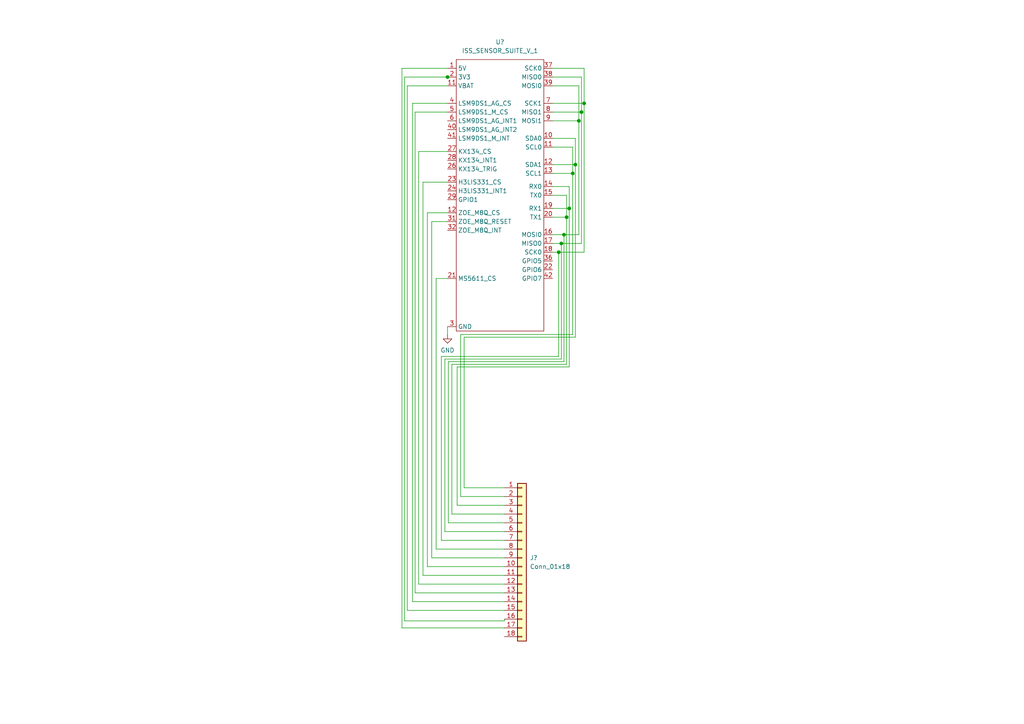
<source format=kicad_sch>
(kicad_sch (version 20211123) (generator eeschema)
  (paper "A4")
  (lib_symbols
    (symbol "Connector_Generic:Conn_01x18" (pin_names (offset 1.016) hide)
      (property "Reference" "J" (at 0 22.86 0))
      (property "Value" "Conn_01x18" (at 0 -25.4 0))
      (symbol "Conn_01x18_1_1"
        (rectangle (start -1.27 -22.733) (end 0 -22.987) (stroke (width 0.1524)))
        (rectangle (start -1.27 -20.193) (end 0 -20.447) (stroke (width 0.1524)))
        (rectangle (start -1.27 -17.653) (end 0 -17.907) (stroke (width 0.1524)))
        (rectangle (start -1.27 -15.113) (end 0 -15.367) (stroke (width 0.1524)))
        (rectangle (start -1.27 -12.573) (end 0 -12.827) (stroke (width 0.1524)))
        (rectangle (start -1.27 -10.033) (end 0 -10.287) (stroke (width 0.1524)))
        (rectangle (start -1.27 -7.493) (end 0 -7.747) (stroke (width 0.1524)))
        (rectangle (start -1.27 -4.953) (end 0 -5.207) (stroke (width 0.1524)))
        (rectangle (start -1.27 -2.413) (end 0 -2.667) (stroke (width 0.1524)))
        (rectangle (start -1.27 0.127) (end 0 -0.127) (stroke (width 0.1524)))
        (rectangle (start -1.27 2.667) (end 0 2.413) (stroke (width 0.1524)))
        (rectangle (start -1.27 5.207) (end 0 4.953) (stroke (width 0.1524)))
        (rectangle (start -1.27 7.747) (end 0 7.493) (stroke (width 0.1524)))
        (rectangle (start -1.27 10.287) (end 0 10.033) (stroke (width 0.1524)))
        (rectangle (start -1.27 12.827) (end 0 12.573) (stroke (width 0.1524)))
        (rectangle (start -1.27 15.367) (end 0 15.113) (stroke (width 0.1524)))
        (rectangle (start -1.27 17.907) (end 0 17.653) (stroke (width 0.1524)))
        (rectangle (start -1.27 20.447) (end 0 20.193) (stroke (width 0.1524)))
        (rectangle (start -1.27 21.59) (end 1.27 -24.13) (stroke (width 0.254)) (fill (type background)))
        (pin passive line (at -5.08 20.32 0) (length 3.81) (name "Pin_1") (number "1"))
        (pin passive line (at -5.08 -2.54 0) (length 3.81) (name "Pin_10") (number "10"))
        (pin passive line (at -5.08 -5.08 0) (length 3.81) (name "Pin_11") (number "11"))
        (pin passive line (at -5.08 -7.62 0) (length 3.81) (name "Pin_12") (number "12"))
        (pin passive line (at -5.08 -10.16 0) (length 3.81) (name "Pin_13") (number "13"))
        (pin passive line (at -5.08 -12.7 0) (length 3.81) (name "Pin_14") (number "14"))
        (pin passive line (at -5.08 -15.24 0) (length 3.81) (name "Pin_15") (number "15"))
        (pin passive line (at -5.08 -17.78 0) (length 3.81) (name "Pin_16") (number "16"))
        (pin passive line (at -5.08 -20.32 0) (length 3.81) (name "Pin_17") (number "17"))
        (pin passive line (at -5.08 -22.86 0) (length 3.81) (name "Pin_18") (number "18"))
        (pin passive line (at -5.08 17.78 0) (length 3.81) (name "Pin_2") (number "2"))
        (pin passive line (at -5.08 15.24 0) (length 3.81) (name "Pin_3") (number "3"))
        (pin passive line (at -5.08 12.7 0) (length 3.81) (name "Pin_4") (number "4"))
        (pin passive line (at -5.08 10.16 0) (length 3.81) (name "Pin_5") (number "5"))
        (pin passive line (at -5.08 7.62 0) (length 3.81) (name "Pin_6") (number "6"))
        (pin passive line (at -5.08 5.08 0) (length 3.81) (name "Pin_7") (number "7"))
        (pin passive line (at -5.08 2.54 0) (length 3.81) (name "Pin_8") (number "8"))
        (pin passive line (at -5.08 0 0) (length 3.81) (name "Pin_9") (number "9"))
      )
    )
    (symbol "SensorModule:ISS_SENSOR_SUITE_V_1"
      (property "Reference" "U1" (at 0 26.7757 0))
      (property "Value" "ISS_SENSOR_SUITE_V_1" (at 0 24.0006 0))
      (symbol "ISS_SENSOR_SUITE_V_1_0_1"
        (rectangle (start -12.7 22.86) (end 12.7 -55.88) (stroke (width 0.1524)))
      )
      (symbol "ISS_SENSOR_SUITE_V_1_1_1"
        (pin power_in line (at -15.24 20.32 0) (length 2.54) (name "5V") (number "1"))
        (pin bidirectional line (at 15.24 0 180) (length 2.54) (name "SDA0") (number "10"))
        (pin input line (at 15.24 -2.54 180) (length 2.54) (name "SCL0") (number "11"))
        (pin power_in line (at -15.24 15.24 0) (length 2.54) (name "VBAT") (number "11"))
        (pin bidirectional line (at 15.24 -7.62 180) (length 2.54) (name "SDA1") (number "12"))
        (pin input line (at -15.24 -21.59 0) (length 2.54) (name "ZOE_M8Q_CS") (number "12"))
        (pin input line (at 15.24 -10.16 180) (length 2.54) (name "SCL1") (number "13"))
        (pin input line (at 15.24 -13.97 180) (length 2.54) (name "RX0") (number "14"))
        (pin output line (at 15.24 -16.51 180) (length 2.54) (name "TX0") (number "15"))
        (pin input line (at 15.24 -27.94 180) (length 2.54) (name "MOSI0") (number "16"))
        (pin output line (at 15.24 -30.48 180) (length 2.54) (name "MISO0") (number "17"))
        (pin input line (at 15.24 -33.02 180) (length 2.54) (name "SCK0") (number "18"))
        (pin input line (at 15.24 -20.32 180) (length 2.54) (name "RX1") (number "19"))
        (pin power_in line (at -15.24 17.78 0) (length 2.54) (name "3V3") (number "2"))
        (pin output line (at 15.24 -22.86 180) (length 2.54) (name "TX1") (number "20"))
        (pin input line (at -15.24 -40.64 0) (length 2.54) (name "MS5611_CS") (number "21"))
        (pin free line (at 15.24 -38.1 180) (length 2.54) (name "GPIO6") (number "22"))
        (pin input line (at -15.24 -12.7 0) (length 2.54) (name "H3LIS331_CS") (number "23"))
        (pin output line (at -15.24 -15.24 0) (length 2.54) (name "H3LIS331_INT1") (number "24"))
        (pin output line (at -15.24 -8.89 0) (length 2.54) (name "KX134_TRIG") (number "26"))
        (pin input line (at -15.24 -3.81 0) (length 2.54) (name "KX134_CS") (number "27"))
        (pin output line (at -15.24 -6.35 0) (length 2.54) (name "KX134_INT1") (number "28"))
        (pin free line (at -15.24 -17.78 0) (length 2.54) (name "GPIO1") (number "29"))
        (pin input line (at -15.24 -54.61 0) (length 2.54) (name "GND") (number "3"))
        (pin input line (at -15.24 -24.13 0) (length 2.54) (name "ZOE_M8Q_RESET") (number "31"))
        (pin input line (at -15.24 -26.67 0) (length 2.54) (name "ZOE_M8Q_INT") (number "32"))
        (pin free line (at 15.24 -35.56 180) (length 2.54) (name "GPIO5") (number "36"))
        (pin input line (at 15.24 20.32 180) (length 2.54) (name "SCK0") (number "37"))
        (pin output line (at 15.24 17.78 180) (length 2.54) (name "MISO0") (number "38"))
        (pin input line (at 15.24 15.24 180) (length 2.54) (name "MOSI0") (number "39"))
        (pin input line (at -15.24 10.16 0) (length 2.54) (name "LSM9DS1_AG_CS") (number "4"))
        (pin output line (at -15.24 2.54 0) (length 2.54) (name "LSM9DS1_AG_INT2") (number "40"))
        (pin output line (at -15.24 0 0) (length 2.54) (name "LSM9DS1_M_INT") (number "41"))
        (pin free line (at 15.24 -40.64 180) (length 2.54) (name "GPIO7") (number "42"))
        (pin input line (at -15.24 7.62 0) (length 2.54) (name "LSM9DS1_M_CS") (number "5"))
        (pin output line (at -15.24 5.08 0) (length 2.54) (name "LSM9DS1_AG_INT1") (number "6"))
        (pin input line (at 15.24 10.16 180) (length 2.54) (name "SCK1") (number "7"))
        (pin output line (at 15.24 7.62 180) (length 2.54) (name "MISO1") (number "8"))
        (pin input line (at 15.24 5.08 180) (length 2.54) (name "MOSI1") (number "9"))
      )
    )
    (symbol "power:GND" (power) (pin_names (offset 0))
      (property "Value" "GND" (at 0 -3.81 0))
      (symbol "GND_0_1"
        (polyline (pts (xy 0 0) (xy 0 -1.27) (xy 1.27 -1.27) (xy 0 -2.54) (xy -1.27 -1.27) (xy 0 -1.27)))
      )
      (symbol "GND_1_1"
        (pin power_in line (at 0 0 270) (length 0) hide (name "GND") (number "1"))
      )
    )
  )
  (junction (at 162.814 70.612))
  (junction (at 165.1 60.452))
  (junction (at 164.338 62.992))
  (junction (at 166.878 47.752))
  (junction (at 169.418 29.972))
  (junction (at 168.656 32.512))
  (junction (at 166.116 50.292))
  (junction (at 129.794 22.352))
  (junction (at 162.052 73.152))
  (junction (at 163.576 68.072))
  (junction (at 167.894 35.052))
  (wire (pts (xy 160.274 68.072) (xy 163.576 68.072)))
  (wire (pts (xy 122.682 52.832) (xy 122.682 166.878)))
  (wire (pts (xy 169.418 19.812) (xy 169.418 29.972)))
  (wire (pts (xy 168.656 32.512) (xy 168.656 70.612)))
  (wire (pts (xy 132.588 106.426) (xy 132.588 146.558)))
  (wire (pts (xy 160.274 62.992) (xy 164.338 62.992)))
  (wire (pts (xy 119.634 29.972) (xy 119.634 174.498)))
  (wire (pts (xy 121.412 43.942) (xy 121.412 169.418)))
  (wire (pts (xy 166.878 47.752) (xy 166.878 97.79)))
  (wire (pts (xy 167.894 24.892) (xy 167.894 35.052)))
  (wire (pts (xy 121.412 169.418) (xy 146.304 169.418)))
  (wire (pts (xy 123.952 61.722) (xy 123.952 164.338)))
  (wire (pts (xy 129.794 94.742) (xy 129.794 97.028)))
  (wire (pts (xy 160.274 47.752) (xy 166.878 47.752)))
  (wire (pts (xy 125.222 161.798) (xy 146.304 161.798)))
  (wire (pts (xy 160.274 54.102) (xy 165.1 54.102)))
  (wire (pts (xy 162.814 70.612) (xy 162.814 104.14)))
  (wire (pts (xy 160.274 50.292) (xy 166.116 50.292)))
  (wire (pts (xy 160.274 24.892) (xy 167.894 24.892)))
  (wire (pts (xy 129.794 22.352) (xy 117.348 22.352)))
  (wire (pts (xy 166.116 50.292) (xy 166.116 97.028)))
  (wire (pts (xy 131.064 105.664) (xy 131.064 149.098)))
  (wire (pts (xy 169.418 29.972) (xy 169.418 73.152)))
  (wire (pts (xy 129.794 24.892) (xy 118.11 24.892)))
  (wire (pts (xy 126.492 159.258) (xy 146.304 159.258)))
  (wire (pts (xy 129.794 80.772) (xy 126.492 80.772)))
  (wire (pts (xy 128.016 103.378) (xy 128.016 156.718)))
  (wire (pts (xy 165.1 106.426) (xy 132.588 106.426)))
  (wire (pts (xy 160.274 29.972) (xy 169.418 29.972)))
  (wire (pts (xy 160.274 70.612) (xy 162.814 70.612)))
  (wire (pts (xy 129.032 104.14) (xy 129.032 154.178)))
  (wire (pts (xy 134.62 97.79) (xy 134.62 141.478)))
  (wire (pts (xy 160.274 56.642) (xy 164.338 56.642)))
  (wire (pts (xy 129.794 43.942) (xy 121.412 43.942)))
  (wire (pts (xy 129.794 19.812) (xy 116.586 19.812)))
  (wire (pts (xy 168.656 70.612) (xy 162.814 70.612)))
  (wire (pts (xy 122.682 166.878) (xy 146.304 166.878)))
  (wire (pts (xy 116.586 19.812) (xy 116.586 182.118)))
  (wire (pts (xy 163.576 104.902) (xy 130.048 104.902)))
  (wire (pts (xy 160.274 32.512) (xy 168.656 32.512)))
  (wire (pts (xy 123.952 164.338) (xy 146.304 164.338)))
  (wire (pts (xy 162.052 73.152) (xy 162.052 103.378)))
  (wire (pts (xy 133.604 144.018) (xy 146.304 144.018)))
  (wire (pts (xy 129.794 29.972) (xy 119.634 29.972)))
  (wire (pts (xy 134.62 141.478) (xy 146.304 141.478)))
  (wire (pts (xy 160.274 19.812) (xy 169.418 19.812)))
  (wire (pts (xy 169.418 73.152) (xy 162.052 73.152)))
  (wire (pts (xy 160.274 73.152) (xy 162.052 73.152)))
  (wire (pts (xy 125.222 64.262) (xy 125.222 161.798)))
  (wire (pts (xy 167.894 35.052) (xy 167.894 68.072)))
  (wire (pts (xy 129.794 61.722) (xy 123.952 61.722)))
  (wire (pts (xy 117.348 180.086) (xy 146.304 180.086)))
  (wire (pts (xy 160.274 22.352) (xy 168.656 22.352)))
  (wire (pts (xy 128.016 156.718) (xy 146.304 156.718)))
  (wire (pts (xy 130.048 104.902) (xy 130.048 151.638)))
  (wire (pts (xy 126.492 80.772) (xy 126.492 159.258)))
  (wire (pts (xy 120.396 32.512) (xy 120.396 171.958)))
  (wire (pts (xy 163.576 68.072) (xy 163.576 104.902)))
  (wire (pts (xy 164.338 62.992) (xy 164.338 105.664)))
  (wire (pts (xy 166.116 97.028) (xy 133.604 97.028)))
  (wire (pts (xy 146.304 180.086) (xy 146.304 179.578)))
  (wire (pts (xy 160.274 60.452) (xy 165.1 60.452)))
  (wire (pts (xy 166.878 40.132) (xy 166.878 47.752)))
  (wire (pts (xy 129.794 52.832) (xy 122.682 52.832)))
  (wire (pts (xy 118.11 177.038) (xy 146.304 177.038)))
  (wire (pts (xy 118.11 24.892) (xy 118.11 177.038)))
  (wire (pts (xy 131.064 149.098) (xy 146.304 149.098)))
  (wire (pts (xy 166.878 97.79) (xy 134.62 97.79)))
  (wire (pts (xy 162.814 104.14) (xy 129.032 104.14)))
  (wire (pts (xy 129.794 32.512) (xy 120.396 32.512)))
  (wire (pts (xy 119.634 174.498) (xy 146.304 174.498)))
  (wire (pts (xy 168.656 22.352) (xy 168.656 32.512)))
  (wire (pts (xy 160.274 42.672) (xy 166.116 42.672)))
  (wire (pts (xy 166.116 42.672) (xy 166.116 50.292)))
  (wire (pts (xy 120.396 171.958) (xy 146.304 171.958)))
  (wire (pts (xy 162.052 103.378) (xy 128.016 103.378)))
  (wire (pts (xy 167.894 68.072) (xy 163.576 68.072)))
  (wire (pts (xy 116.586 182.118) (xy 146.304 182.118)))
  (wire (pts (xy 130.048 151.638) (xy 146.304 151.638)))
  (wire (pts (xy 160.274 35.052) (xy 167.894 35.052)))
  (wire (pts (xy 130.048 22.352) (xy 129.794 22.352)))
  (wire (pts (xy 129.794 64.262) (xy 125.222 64.262)))
  (wire (pts (xy 165.1 54.102) (xy 165.1 60.452)))
  (wire (pts (xy 129.032 154.178) (xy 146.304 154.178)))
  (wire (pts (xy 160.274 40.132) (xy 166.878 40.132)))
  (wire (pts (xy 164.338 105.664) (xy 131.064 105.664)))
  (wire (pts (xy 133.604 97.028) (xy 133.604 144.018)))
  (wire (pts (xy 165.1 60.452) (xy 165.1 106.426)))
  (wire (pts (xy 117.348 22.352) (xy 117.348 180.086)))
  (wire (pts (xy 132.588 146.558) (xy 146.304 146.558)))
  (wire (pts (xy 164.338 56.642) (xy 164.338 62.992)))
  (symbol (lib_id "power:GND") (at 129.794 97.028 0) (unit 1)
    (property "Reference" "#PWR?" (effects hide))
    (property "Value" "GND" (at 129.794 101.6 0))
  )
  (symbol (lib_id "SensorModule:ISS_SENSOR_SUITE_V_1") (at 145.034 40.132 0) (unit 1)
    (property "Reference" "U?" (at 145.034 12.192 0))
    (property "Value" "ISS_SENSOR_SUITE_V_1" (at 145.034 14.732 0))
    (property "Footprint" "Sensorsuite:General Sensor Module - 9x12 pin" (effects hide))
  )
  (symbol (lib_id "Connector_Generic:Conn_01x18") (at 151.384 161.798 0) (unit 1)
    (property "Reference" "J?" (at 153.67 161.7979 0) (effects (justify left)))
    (property "Value" "Conn_01x18" (at 153.67 164.3379 0) (effects (justify left)))
    (property "Footprint" "Connector_PinHeader_2.54mm:PinHeader_1x18_P2.54mm_Vertical" (effects hide))
  )
)
</source>
